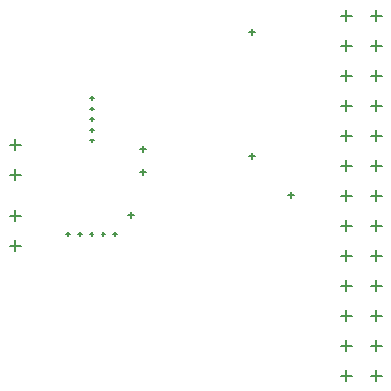
<source format=gbr>
%TF.GenerationSoftware,Altium Limited,Altium Designer,21.2.2 (38)*%
G04 Layer_Color=128*
%FSLAX45Y45*%
%MOMM*%
%TF.SameCoordinates,DC8D9031-FEEE-4EB9-A140-7D2FD38E5C7C*%
%TF.FilePolarity,Positive*%
%TF.FileFunction,Drillmap*%
%TF.Part,Single*%
G01*
G75*
%TA.AperFunction,NonConductor*%
%ADD26C,0.12700*%
D26*
X185000Y1554000D02*
X275000D01*
X230000Y1509000D02*
Y1599000D01*
X185000Y1300000D02*
X275000D01*
X230000Y1255000D02*
Y1345000D01*
X185000Y1900000D02*
X275000D01*
X230000Y1855000D02*
Y1945000D01*
X185000Y2154000D02*
X275000D01*
X230000Y2109000D02*
Y2199000D01*
X2986000Y3247000D02*
X3076000D01*
X3031000Y3202000D02*
Y3292000D01*
X3240000Y3247000D02*
X3330000D01*
X3285000Y3202000D02*
Y3292000D01*
X2986000Y2993000D02*
X3076000D01*
X3031000Y2948000D02*
Y3038000D01*
X3240000Y2993000D02*
X3330000D01*
X3285000Y2948000D02*
Y3038000D01*
X2986000Y2739000D02*
X3076000D01*
X3031000Y2694000D02*
Y2784000D01*
X3240000Y2739000D02*
X3330000D01*
X3285000Y2694000D02*
Y2784000D01*
X2986000Y2485000D02*
X3076000D01*
X3031000Y2440000D02*
Y2530000D01*
X3240000Y2485000D02*
X3330000D01*
X3285000Y2440000D02*
Y2530000D01*
X2986000Y2231000D02*
X3076000D01*
X3031000Y2186000D02*
Y2276000D01*
X3240000Y2231000D02*
X3330000D01*
X3285000Y2186000D02*
Y2276000D01*
X2986000Y1977000D02*
X3076000D01*
X3031000Y1932000D02*
Y2022000D01*
X3240000Y1977000D02*
X3330000D01*
X3285000Y1932000D02*
Y2022000D01*
X2986000Y1723000D02*
X3076000D01*
X3031000Y1678000D02*
Y1768000D01*
X3240000Y1723000D02*
X3330000D01*
X3285000Y1678000D02*
Y1768000D01*
X2986000Y1469000D02*
X3076000D01*
X3031000Y1424000D02*
Y1514000D01*
X3240000Y1469000D02*
X3330000D01*
X3285000Y1424000D02*
Y1514000D01*
X2986000Y1215000D02*
X3076000D01*
X3031000Y1170000D02*
Y1260000D01*
X3240000Y1215000D02*
X3330000D01*
X3285000Y1170000D02*
Y1260000D01*
X2986000Y961000D02*
X3076000D01*
X3031000Y916000D02*
Y1006000D01*
X3240000Y961000D02*
X3330000D01*
X3285000Y916000D02*
Y1006000D01*
X2986000Y707000D02*
X3076000D01*
X3031000Y662000D02*
Y752000D01*
X3240000Y707000D02*
X3330000D01*
X3285000Y662000D02*
Y752000D01*
X2986000Y453000D02*
X3076000D01*
X3031000Y408000D02*
Y498000D01*
X3240000Y453000D02*
X3330000D01*
X3285000Y408000D02*
Y498000D01*
X2986000Y199000D02*
X3076000D01*
X3031000Y154000D02*
Y244000D01*
X3240000Y199000D02*
X3330000D01*
X3285000Y154000D02*
Y244000D01*
X2205000Y3110000D02*
X2255000D01*
X2230000Y3085000D02*
Y3135000D01*
X865000Y2190000D02*
X895000D01*
X880000Y2175000D02*
Y2205000D01*
X865000Y2280000D02*
X895000D01*
X880000Y2265000D02*
Y2295000D01*
X865000Y2370000D02*
X895000D01*
X880000Y2355000D02*
Y2385000D01*
X865000Y2460000D02*
X895000D01*
X880000Y2445000D02*
Y2475000D01*
X865000Y2550000D02*
X895000D01*
X880000Y2535000D02*
Y2565000D01*
X1285000Y2120000D02*
X1335000D01*
X1310000Y2095000D02*
Y2145000D01*
X1285000Y1920000D02*
X1335000D01*
X1310000Y1895000D02*
Y1945000D01*
X2535000Y1730000D02*
X2585000D01*
X2560000Y1705000D02*
Y1755000D01*
X2205000Y2060000D02*
X2255000D01*
X2230000Y2035000D02*
Y2085000D01*
X1185000Y1560000D02*
X1235000D01*
X1210000Y1535000D02*
Y1585000D01*
X660000Y1400000D02*
X690000D01*
X675000Y1385000D02*
Y1415000D01*
X760000Y1400000D02*
X790000D01*
X775000Y1385000D02*
Y1415000D01*
X860000Y1400000D02*
X890000D01*
X875000Y1385000D02*
Y1415000D01*
X960000Y1400000D02*
X990000D01*
X975000Y1385000D02*
Y1415000D01*
X1060000Y1400000D02*
X1090000D01*
X1075000Y1385000D02*
Y1415000D01*
%TF.MD5,c055c7911cc208feebb3c0eb2638bef9*%
M02*

</source>
